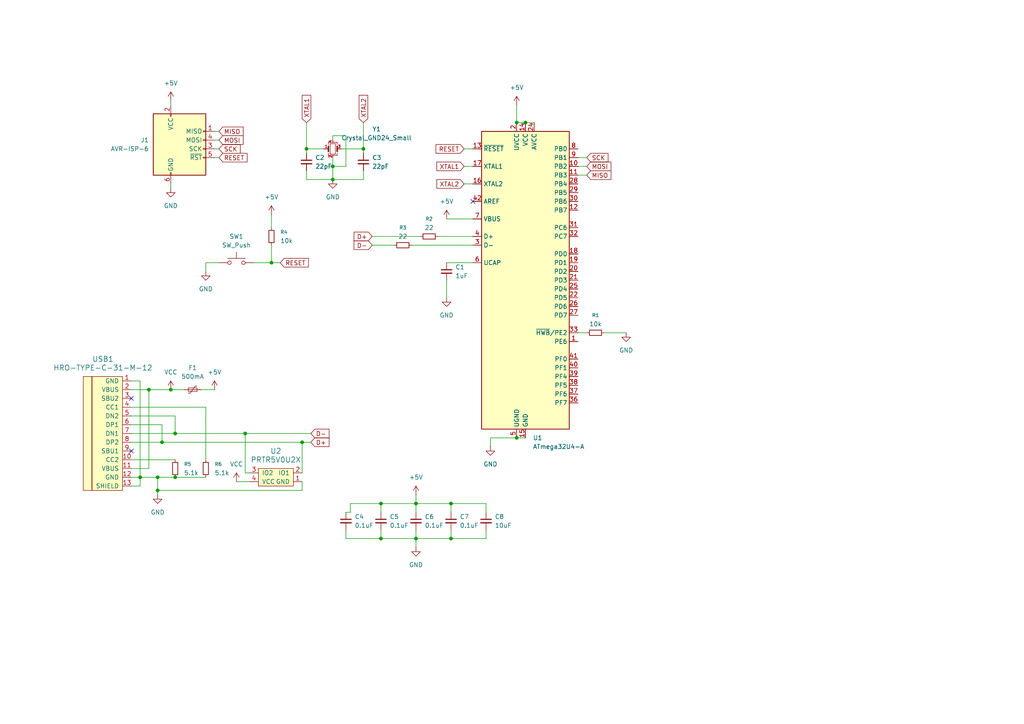
<source format=kicad_sch>
(kicad_sch (version 20250114) (generator "eeschema") (generator_version "9.0")
  (paper "A4")
  (lib_symbols
    (symbol "Connector:AVR-ISP-6" (pin_names (offset 1.016))
      (property "Reference" "J" (at -6.35 11.43 0))
      (property "Value" "AVR-ISP-6" (at 0 11.43 0))
      (symbol "AVR-ISP-6_0_1"
        (rectangle (start -2.667 10.16) (end -2.413 9.398))
        (rectangle (start -2.667 -6.858) (end -2.413 -7.62))
        (rectangle (start 7.62 10.16) (end -7.62 -7.62) (stroke (width 0.254)) (fill (type background)))
        (rectangle (start 7.62 5.207) (end 6.858 4.953))
        (rectangle (start 7.62 2.667) (end 6.858 2.413))
        (rectangle (start 7.62 0.127) (end 6.858 -0.127))
        (rectangle (start 7.62 -2.413) (end 6.858 -2.667))
      )
      (symbol "AVR-ISP-6_1_1"
        (pin passive line (at -2.54 12.7 270) (length 2.54) (name "VCC") (number "2"))
        (pin passive line (at -2.54 -10.16 90) (length 2.54) (name "GND") (number "6"))
        (pin passive line (at 10.16 5.08 180) (length 2.54) (name "MISO") (number "1"))
        (pin passive line (at 10.16 2.54 180) (length 2.54) (name "MOSI") (number "4"))
        (pin passive line (at 10.16 0 180) (length 2.54) (name "SCK") (number "3"))
        (pin passive line (at 10.16 -2.54 180) (length 2.54) (name "~{RST}") (number "5"))
      )
    )
    (symbol "Device:C_Small" (pin_numbers (hide yes)) (pin_names (offset 0.254) (hide yes))
      (property "Reference" "C" (at 0.254 1.778 0))
      (property "Value" "C_Small" (at 0.254 -2.032 0))
      (symbol "C_Small_0_1"
        (polyline (pts (xy -1.524 0.508) (xy 1.524 0.508)) (stroke (width 0.3048)))
        (polyline (pts (xy -1.524 -0.508) (xy 1.524 -0.508)) (stroke (width 0.3302)))
      )
      (symbol "C_Small_1_1"
        (pin passive line (at 0 2.54 270) (length 2.032) (name "~") (number "1"))
        (pin passive line (at 0 -2.54 90) (length 2.032) (name "~") (number "2"))
      )
    )
    (symbol "Device:Crystal_GND24_Small" (pin_names (offset 1.016) (hide yes))
      (property "Reference" "Y" (at 1.27 4.445 0))
      (property "Value" "Crystal_GND24_Small" (at 1.27 2.54 0))
      (symbol "Crystal_GND24_Small_0_1"
        (polyline (pts (xy -1.27 1.27) (xy -1.27 1.905) (xy 1.27 1.905) (xy 1.27 1.27)))
        (polyline (pts (xy -1.27 -0.762) (xy -1.27 0.762)) (stroke (width 0.381)))
        (polyline (pts (xy -1.27 -1.27) (xy -1.27 -1.905) (xy 1.27 -1.905) (xy 1.27 -1.27)))
        (rectangle (start -0.762 -1.524) (end 0.762 1.524))
        (polyline (pts (xy 1.27 -0.762) (xy 1.27 0.762)) (stroke (width 0.381)))
      )
      (symbol "Crystal_GND24_Small_1_1"
        (pin passive line (at -2.54 0 0) (length 1.27) (name "1") (number "1"))
        (pin passive line (at 0 2.54 270) (length 0.635) (name "4") (number "4"))
        (pin passive line (at 0 -2.54 90) (length 0.635) (name "2") (number "2"))
        (pin passive line (at 2.54 0 180) (length 1.27) (name "3") (number "3"))
      )
    )
    (symbol "Device:Polyfuse_Small" (pin_numbers (hide yes)) (pin_names (offset 0))
      (property "Reference" "F" (at -1.905 0 90))
      (property "Value" "Polyfuse_Small" (at 1.905 0 90))
      (symbol "Polyfuse_Small_0_1"
        (polyline (pts (xy -1.016 1.27) (xy -1.016 0.762) (xy 1.016 -0.762) (xy 1.016 -1.27)))
        (rectangle (start -0.508 1.27) (end 0.508 -1.27))
        (polyline (pts (xy 0 2.54) (xy 0 -2.54)))
      )
      (symbol "Polyfuse_Small_1_1"
        (pin passive line (at 0 2.54 270) (length 0.635) (name "~") (number "1"))
        (pin passive line (at 0 -2.54 90) (length 0.635) (name "~") (number "2"))
      )
    )
    (symbol "Device:R_Small" (pin_numbers (hide yes)) (pin_names (offset 0.254) (hide yes))
      (property "Reference" "R" (at 0 0 90))
      (property "Value" "R_Small" (at 1.778 0 90))
      (symbol "R_Small_0_1"
        (rectangle (start -0.762 1.778) (end 0.762 -1.778) (stroke (width 0.2032)))
      )
      (symbol "R_Small_1_1"
        (pin passive line (at 0 2.54 270) (length 0.762) (name "~") (number "1"))
        (pin passive line (at 0 -2.54 90) (length 0.762) (name "~") (number "2"))
      )
    )
    (symbol "MCU_Microchip_ATmega:ATmega32U4-A"
      (property "Reference" "U" (at -12.7 44.45 0))
      (property "Value" "ATmega32U4-A" (at 2.54 -44.45 0))
      (symbol "ATmega32U4-A_0_1"
        (rectangle (start -12.7 -43.18) (end 12.7 43.18) (stroke (width 0.254)) (fill (type background)))
      )
      (symbol "ATmega32U4-A_1_1"
        (pin input line (at -15.24 38.1 0) (length 2.54) (name "~{RESET}") (number "13"))
        (pin input line (at -15.24 33.02 0) (length 2.54) (name "XTAL1") (number "17"))
        (pin output line (at -15.24 27.94 0) (length 2.54) (name "XTAL2") (number "16"))
        (pin passive line (at -15.24 22.86 0) (length 2.54) (name "AREF") (number "42"))
        (pin input line (at -15.24 17.78 0) (length 2.54) (name "VBUS") (number "7"))
        (pin bidirectional line (at -15.24 12.7 0) (length 2.54) (name "D+") (number "4"))
        (pin bidirectional line (at -15.24 10.16 0) (length 2.54) (name "D-") (number "3"))
        (pin passive line (at -15.24 5.08 0) (length 2.54) (name "UCAP") (number "6"))
        (pin power_in line (at -2.54 45.72 270) (length 2.54) (name "UVCC") (number "2"))
        (pin passive line (at -2.54 -45.72 90) (length 2.54) (name "UGND") (number "5"))
        (pin power_in line (at 0 45.72 270) (length 2.54) (name "VCC") (number "14"))
        (pin passive line (at 0 45.72 270) (length 2.54) (hide yes) (name "VCC") (number "34"))
        (pin power_in line (at 0 -45.72 90) (length 2.54) (name "GND") (number "15"))
        (pin passive line (at 0 -45.72 90) (length 2.54) (hide yes) (name "GND") (number "23"))
        (pin passive line (at 0 -45.72 90) (length 2.54) (hide yes) (name "GND") (number "35"))
        (pin passive line (at 0 -45.72 90) (length 2.54) (hide yes) (name "GND") (number "43"))
        (pin power_in line (at 2.54 45.72 270) (length 2.54) (name "AVCC") (number "24"))
        (pin passive line (at 2.54 45.72 270) (length 2.54) (hide yes) (name "AVCC") (number "44"))
        (pin bidirectional line (at 15.24 38.1 180) (length 2.54) (name "PB0") (number "8"))
        (pin bidirectional line (at 15.24 35.56 180) (length 2.54) (name "PB1") (number "9"))
        (pin bidirectional line (at 15.24 33.02 180) (length 2.54) (name "PB2") (number "10"))
        (pin bidirectional line (at 15.24 30.48 180) (length 2.54) (name "PB3") (number "11"))
        (pin bidirectional line (at 15.24 27.94 180) (length 2.54) (name "PB4") (number "28"))
        (pin bidirectional line (at 15.24 25.4 180) (length 2.54) (name "PB5") (number "29"))
        (pin bidirectional line (at 15.24 22.86 180) (length 2.54) (name "PB6") (number "30"))
        (pin bidirectional line (at 15.24 20.32 180) (length 2.54) (name "PB7") (number "12"))
        (pin bidirectional line (at 15.24 15.24 180) (length 2.54) (name "PC6") (number "31"))
        (pin bidirectional line (at 15.24 12.7 180) (length 2.54) (name "PC7") (number "32"))
        (pin bidirectional line (at 15.24 7.62 180) (length 2.54) (name "PD0") (number "18"))
        (pin bidirectional line (at 15.24 5.08 180) (length 2.54) (name "PD1") (number "19"))
        (pin bidirectional line (at 15.24 2.54 180) (length 2.54) (name "PD2") (number "20"))
        (pin bidirectional line (at 15.24 0 180) (length 2.54) (name "PD3") (number "21"))
        (pin bidirectional line (at 15.24 -2.54 180) (length 2.54) (name "PD4") (number "25"))
        (pin bidirectional line (at 15.24 -5.08 180) (length 2.54) (name "PD5") (number "22"))
        (pin bidirectional line (at 15.24 -7.62 180) (length 2.54) (name "PD6") (number "26"))
        (pin bidirectional line (at 15.24 -10.16 180) (length 2.54) (name "PD7") (number "27"))
        (pin bidirectional line (at 15.24 -15.24 180) (length 2.54) (name "~{HWB}/PE2") (number "33"))
        (pin bidirectional line (at 15.24 -17.78 180) (length 2.54) (name "PE6") (number "1"))
        (pin bidirectional line (at 15.24 -22.86 180) (length 2.54) (name "PF0") (number "41"))
        (pin bidirectional line (at 15.24 -25.4 180) (length 2.54) (name "PF1") (number "40"))
        (pin bidirectional line (at 15.24 -27.94 180) (length 2.54) (name "PF4") (number "39"))
        (pin bidirectional line (at 15.24 -30.48 180) (length 2.54) (name "PF5") (number "38"))
        (pin bidirectional line (at 15.24 -33.02 180) (length 2.54) (name "PF6") (number "37"))
        (pin bidirectional line (at 15.24 -35.56 180) (length 2.54) (name "PF7") (number "36"))
      )
    )
    (symbol "Switch:SW_Push" (pin_numbers (hide yes)) (pin_names (offset 1.016) (hide yes))
      (property "Reference" "SW" (at 1.27 2.54 0))
      (property "Value" "SW_Push" (at 0 -1.524 0))
      (symbol "SW_Push_0_1"
        (circle (center -2.032 0) (radius 0.508))
        (polyline (pts (xy 0 1.27) (xy 0 3.048)))
        (circle (center 2.032 0) (radius 0.508))
        (polyline (pts (xy 2.54 1.27) (xy -2.54 1.27)))
        (pin passive line (at -5.08 0 0) (length 2.54) (name "1") (number "1"))
        (pin passive line (at 5.08 0 180) (length 2.54) (name "2") (number "2"))
      )
    )
    (symbol "Type-C:HRO-TYPE-C-31-M-12" (pin_names (offset 1.016))
      (property "Reference" "USB" (at -5.08 16.51 0))
      (property "Value" "HRO-TYPE-C-31-M-12" (at -10.16 -1.27 90))
      (symbol "HRO-TYPE-C-31-M-12_0_1"
        (rectangle (start -11.43 15.24) (end -8.89 -17.78) (fill (type background)))
        (rectangle (start 0 -17.78) (end -8.89 15.24) (fill (type background)))
      )
      (symbol "HRO-TYPE-C-31-M-12_1_1"
        (pin input line (at 2.54 13.97 180) (length 2.54) (name "GND") (number "1"))
        (pin input line (at 2.54 11.43 180) (length 2.54) (name "VBUS") (number "2"))
        (pin input line (at 2.54 8.89 180) (length 2.54) (name "SBU2") (number "3"))
        (pin input line (at 2.54 6.35 180) (length 2.54) (name "CC1") (number "4"))
        (pin input line (at 2.54 3.81 180) (length 2.54) (name "DN2") (number "5"))
        (pin input line (at 2.54 1.27 180) (length 2.54) (name "DP1") (number "6"))
        (pin input line (at 2.54 -1.27 180) (length 2.54) (name "DN1") (number "7"))
        (pin input line (at 2.54 -3.81 180) (length 2.54) (name "DP2") (number "8"))
        (pin input line (at 2.54 -6.35 180) (length 2.54) (name "SBU1") (number "9"))
        (pin input line (at 2.54 -8.89 180) (length 2.54) (name "CC2") (number "10"))
        (pin input line (at 2.54 -11.43 180) (length 2.54) (name "VBUS") (number "11"))
        (pin input line (at 2.54 -13.97 180) (length 2.54) (name "GND") (number "12"))
        (pin input line (at 2.54 -16.51 180) (length 2.54) (name "SHIELD") (number "13"))
      )
    )
    (symbol "power:+5V" (power) (pin_numbers (hide yes)) (pin_names (offset 0) (hide yes))
      (property "Value" "+5V" (at 0 3.556 0))
      (symbol "+5V_0_1"
        (polyline (pts (xy -0.762 1.27) (xy 0 2.54)))
        (polyline (pts (xy 0 2.54) (xy 0.762 1.27)))
        (polyline (pts (xy 0 0) (xy 0 2.54)))
      )
      (symbol "+5V_1_1"
        (pin power_in line (at 0 0 90) (length 0) (name "~") (number "1"))
      )
    )
    (symbol "power:GND" (power) (pin_numbers (hide yes)) (pin_names (offset 0) (hide yes))
      (property "Value" "GND" (at 0 -3.81 0))
      (symbol "GND_0_1"
        (polyline (pts (xy 0 0) (xy 0 -1.27) (xy 1.27 -1.27) (xy 0 -2.54) (xy -1.27 -1.27) (xy 0 -1.27)))
      )
      (symbol "GND_1_1"
        (pin power_in line (at 0 0 270) (length 0) (name "~") (number "1"))
      )
    )
    (symbol "power:VCC" (power) (pin_numbers (hide yes)) (pin_names (offset 0) (hide yes))
      (property "Value" "VCC" (at 0 3.556 0))
      (symbol "VCC_0_1"
        (polyline (pts (xy -0.762 1.27) (xy 0 2.54)))
        (polyline (pts (xy 0 2.54) (xy 0.762 1.27)))
        (polyline (pts (xy 0 0) (xy 0 2.54)))
      )
      (symbol "VCC_1_1"
        (pin power_in line (at 0 0 90) (length 0) (name "~") (number "1"))
      )
    )
    (symbol "random-keyboard-parts:PRTR5V0U2X" (pin_names (offset 1.016))
      (property "Reference" "U" (at 0 3.81 0))
      (property "Value" "PRTR5V0U2X" (at 0 -3.81 0))
      (symbol "PRTR5V0U2X_0_1"
        (rectangle (start -5.08 2.54) (end 5.08 -2.54) (fill (type background)))
      )
      (symbol "PRTR5V0U2X_1_1"
        (pin input line (at -7.62 1.27 0) (length 2.54) (name "GND") (number "1"))
        (pin input line (at -7.62 -1.27 0) (length 2.54) (name "IO1") (number "2"))
        (pin input line (at 7.62 1.27 180) (length 2.54) (name "VCC") (number "4"))
        (pin input line (at 7.62 -1.27 180) (length 2.54) (name "IO2") (number "3"))
      )
    )
  )
  (junction (at 46.99 128.27))
  (junction (at 88.9 43.18))
  (junction (at 50.8 125.73))
  (junction (at 40.64 138.43))
  (junction (at 152.4 35.56))
  (junction (at 120.65 146.05))
  (junction (at 71.12 125.73))
  (junction (at 120.65 156.21))
  (junction (at 149.86 35.56))
  (junction (at 110.49 156.21))
  (junction (at 149.86 127))
  (junction (at 96.52 48.26))
  (junction (at 130.81 156.21))
  (junction (at 87.63 128.27))
  (junction (at 45.72 142.24))
  (junction (at 78.74 76.2))
  (junction (at 105.41 43.18))
  (junction (at 50.8 138.43))
  (junction (at 130.81 146.05))
  (junction (at 43.18 113.03))
  (junction (at 49.53 113.03))
  (junction (at 96.52 52.07))
  (junction (at 110.49 146.05))
  (junction (at 45.72 138.43))
  (no_connect (at 38.1 115.57))
  (no_connect (at 137.16 58.42))
  (no_connect (at 38.1 130.81))
  (wire (pts (xy 105.41 49.53) (xy 105.41 52.07)))
  (wire (pts (xy 45.72 142.24) (xy 45.72 138.43)))
  (wire (pts (xy 134.62 43.18) (xy 137.16 43.18)))
  (wire (pts (xy 127 68.58) (xy 137.16 68.58)))
  (wire (pts (xy 175.26 96.52) (xy 181.61 96.52)))
  (wire (pts (xy 101.6 148.59) (xy 101.6 146.05)))
  (wire (pts (xy 152.4 35.56) (xy 154.94 35.56)))
  (wire (pts (xy 71.12 125.73) (xy 90.17 125.73)))
  (wire (pts (xy 59.69 76.2) (xy 63.5 76.2)))
  (wire (pts (xy 149.86 30.48) (xy 149.86 35.56)))
  (wire (pts (xy 73.66 76.2) (xy 78.74 76.2)))
  (wire (pts (xy 45.72 138.43) (xy 50.8 138.43)))
  (wire (pts (xy 46.99 123.19) (xy 46.99 128.27)))
  (wire (pts (xy 43.18 113.03) (xy 38.1 113.03)))
  (wire (pts (xy 96.52 40.64) (xy 96.52 39.37)))
  (wire (pts (xy 88.9 49.53) (xy 88.9 52.07)))
  (wire (pts (xy 140.97 153.67) (xy 140.97 156.21)))
  (wire (pts (xy 38.1 138.43) (xy 40.64 138.43)))
  (wire (pts (xy 167.64 45.72) (xy 170.18 45.72)))
  (wire (pts (xy 110.49 146.05) (xy 110.49 148.59)))
  (wire (pts (xy 87.63 128.27) (xy 87.63 137.16)))
  (wire (pts (xy 40.64 138.43) (xy 40.64 140.97)))
  (wire (pts (xy 129.54 63.5) (xy 137.16 63.5)))
  (wire (pts (xy 38.1 120.65) (xy 50.8 120.65)))
  (wire (pts (xy 58.42 113.03) (xy 62.23 113.03)))
  (wire (pts (xy 38.1 128.27) (xy 46.99 128.27)))
  (wire (pts (xy 130.81 153.67) (xy 130.81 156.21)))
  (wire (pts (xy 78.74 76.2) (xy 81.28 76.2)))
  (wire (pts (xy 49.53 113.03) (xy 53.34 113.03)))
  (wire (pts (xy 100.33 153.67) (xy 100.33 156.21)))
  (wire (pts (xy 38.1 123.19) (xy 46.99 123.19)))
  (wire (pts (xy 142.24 127) (xy 142.24 129.54)))
  (wire (pts (xy 130.81 146.05) (xy 130.81 148.59)))
  (wire (pts (xy 100.33 39.37) (xy 100.33 48.26)))
  (wire (pts (xy 88.9 43.18) (xy 88.9 44.45)))
  (wire (pts (xy 50.8 125.73) (xy 71.12 125.73)))
  (wire (pts (xy 129.54 81.28) (xy 129.54 86.36)))
  (wire (pts (xy 87.63 139.7) (xy 87.63 142.24)))
  (wire (pts (xy 149.86 127) (xy 142.24 127)))
  (wire (pts (xy 38.1 135.89) (xy 43.18 135.89)))
  (wire (pts (xy 140.97 146.05) (xy 140.97 148.59)))
  (wire (pts (xy 45.72 142.24) (xy 87.63 142.24)))
  (wire (pts (xy 96.52 39.37) (xy 100.33 39.37)))
  (wire (pts (xy 96.52 52.07) (xy 105.41 52.07)))
  (wire (pts (xy 120.65 143.51) (xy 120.65 146.05)))
  (wire (pts (xy 167.64 48.26) (xy 170.18 48.26)))
  (wire (pts (xy 62.23 38.1) (xy 63.5 38.1)))
  (wire (pts (xy 88.9 35.56) (xy 88.9 43.18)))
  (wire (pts (xy 105.41 43.18) (xy 105.41 44.45)))
  (wire (pts (xy 140.97 156.21) (xy 130.81 156.21)))
  (wire (pts (xy 120.65 153.67) (xy 120.65 156.21)))
  (wire (pts (xy 96.52 45.72) (xy 96.52 48.26)))
  (wire (pts (xy 120.65 146.05) (xy 120.65 148.59)))
  (wire (pts (xy 101.6 148.59) (xy 100.33 148.59)))
  (wire (pts (xy 88.9 52.07) (xy 96.52 52.07)))
  (wire (pts (xy 49.53 29.21) (xy 49.53 30.48)))
  (wire (pts (xy 120.65 146.05) (xy 130.81 146.05)))
  (wire (pts (xy 59.69 78.74) (xy 59.69 76.2)))
  (wire (pts (xy 110.49 156.21) (xy 120.65 156.21)))
  (wire (pts (xy 88.9 43.18) (xy 93.98 43.18)))
  (wire (pts (xy 119.38 71.12) (xy 137.16 71.12)))
  (wire (pts (xy 87.63 128.27) (xy 90.17 128.27)))
  (wire (pts (xy 38.1 118.11) (xy 59.69 118.11)))
  (wire (pts (xy 149.86 35.56) (xy 152.4 35.56)))
  (wire (pts (xy 107.95 68.58) (xy 121.92 68.58)))
  (wire (pts (xy 72.39 137.16) (xy 71.12 137.16)))
  (wire (pts (xy 100.33 156.21) (xy 110.49 156.21)))
  (wire (pts (xy 59.69 118.11) (xy 59.69 133.35)))
  (wire (pts (xy 101.6 146.05) (xy 110.49 146.05)))
  (wire (pts (xy 62.23 45.72) (xy 63.5 45.72)))
  (wire (pts (xy 71.12 137.16) (xy 71.12 125.73)))
  (wire (pts (xy 96.52 48.26) (xy 96.52 52.07)))
  (wire (pts (xy 152.4 127) (xy 149.86 127)))
  (wire (pts (xy 50.8 120.65) (xy 50.8 125.73)))
  (wire (pts (xy 38.1 125.73) (xy 50.8 125.73)))
  (wire (pts (xy 45.72 143.51) (xy 45.72 142.24)))
  (wire (pts (xy 68.58 139.7) (xy 72.39 139.7)))
  (wire (pts (xy 43.18 135.89) (xy 43.18 113.03)))
  (wire (pts (xy 38.1 110.49) (xy 40.64 110.49)))
  (wire (pts (xy 105.41 35.56) (xy 105.41 43.18)))
  (wire (pts (xy 130.81 146.05) (xy 140.97 146.05)))
  (wire (pts (xy 62.23 43.18) (xy 63.5 43.18)))
  (wire (pts (xy 110.49 146.05) (xy 120.65 146.05)))
  (wire (pts (xy 120.65 156.21) (xy 120.65 158.75)))
  (wire (pts (xy 99.06 43.18) (xy 105.41 43.18)))
  (wire (pts (xy 130.81 156.21) (xy 120.65 156.21)))
  (wire (pts (xy 40.64 110.49) (xy 40.64 138.43)))
  (wire (pts (xy 78.74 62.23) (xy 78.74 66.04)))
  (wire (pts (xy 167.64 50.8) (xy 170.18 50.8)))
  (wire (pts (xy 46.99 128.27) (xy 87.63 128.27)))
  (wire (pts (xy 62.23 40.64) (xy 63.5 40.64)))
  (wire (pts (xy 38.1 133.35) (xy 50.8 133.35)))
  (wire (pts (xy 134.62 48.26) (xy 137.16 48.26)))
  (wire (pts (xy 107.95 71.12) (xy 114.3 71.12)))
  (wire (pts (xy 137.16 76.2) (xy 129.54 76.2)))
  (wire (pts (xy 134.62 53.34) (xy 137.16 53.34)))
  (wire (pts (xy 110.49 153.67) (xy 110.49 156.21)))
  (wire (pts (xy 49.53 53.34) (xy 49.53 54.61)))
  (wire (pts (xy 40.64 140.97) (xy 38.1 140.97)))
  (wire (pts (xy 167.64 96.52) (xy 170.18 96.52)))
  (wire (pts (xy 43.18 113.03) (xy 49.53 113.03)))
  (wire (pts (xy 78.74 71.12) (xy 78.74 76.2)))
  (wire (pts (xy 100.33 48.26) (xy 96.52 48.26)))
  (wire (pts (xy 45.72 138.43) (xy 40.64 138.43)))
  (wire (pts (xy 50.8 138.43) (xy 59.69 138.43)))
  (global_label "SCK" (shape input) (at 170.18 45.72 0) (property "Intersheetrefs" "${INTERSHEET_REFS}" (effects (hide yes))))
  (global_label "XTAL2" (shape input) (at 105.41 35.56 90) (property "Intersheetrefs" "${INTERSHEET_REFS}" (effects (hide yes))))
  (global_label "XTAL1" (shape input) (at 134.62 48.26 180) (property "Intersheetrefs" "${INTERSHEET_REFS}" (effects (hide yes))))
  (global_label "MISO" (shape input) (at 170.18 50.8 0) (property "Intersheetrefs" "${INTERSHEET_REFS}" (effects (hide yes))))
  (global_label "XTAL2" (shape input) (at 134.62 53.34 180) (property "Intersheetrefs" "${INTERSHEET_REFS}" (effects (hide yes))))
  (global_label "MOSI" (shape input) (at 63.5 40.64 0) (property "Intersheetrefs" "${INTERSHEET_REFS}" (effects (hide yes))))
  (global_label "SCK" (shape input) (at 63.5 43.18 0) (property "Intersheetrefs" "${INTERSHEET_REFS}" (effects (hide yes))))
  (global_label "D+" (shape input) (at 107.95 68.58 180) (property "Intersheetrefs" "${INTERSHEET_REFS}" (effects (hide yes))))
  (global_label "D-" (shape input) (at 107.95 71.12 180) (property "Intersheetrefs" "${INTERSHEET_REFS}" (effects (hide yes))))
  (global_label "D+" (shape input) (at 90.17 128.27 0) (property "Intersheetrefs" "${INTERSHEET_REFS}" (effects (hide yes))))
  (global_label "RESET" (shape input) (at 81.28 76.2 0) (property "Intersheetrefs" "${INTERSHEET_REFS}" (effects (hide yes))))
  (global_label "MOSI" (shape input) (at 170.18 48.26 0) (property "Intersheetrefs" "${INTERSHEET_REFS}" (effects (hide yes))))
  (global_label "RESET" (shape input) (at 63.5 45.72 0) (property "Intersheetrefs" "${INTERSHEET_REFS}" (effects (hide yes))))
  (global_label "RESET" (shape input) (at 134.62 43.18 180) (property "Intersheetrefs" "${INTERSHEET_REFS}" (effects (hide yes))))
  (global_label "XTAL1" (shape input) (at 88.9 35.56 90) (property "Intersheetrefs" "${INTERSHEET_REFS}" (effects (hide yes))))
  (global_label "D-" (shape input) (at 90.17 125.73 0) (property "Intersheetrefs" "${INTERSHEET_REFS}" (effects (hide yes))))
  (global_label "MISO" (shape input) (at 63.5 38.1 0) (property "Intersheetrefs" "${INTERSHEET_REFS}" (effects (hide yes))))
  (symbol (lib_id "Device:R_Small") (at 59.69 135.89 0) (unit 1)
    (property "Reference" "R6" (at 62.23 134.6199 0) (effects (font (size 1.016 1.016)) (justify left)))
    (property "Value" "5.1k" (at 62.23 137.1599 0) (effects (justify left)))
    (property "Description" "Resistor, small symbol" (effects (hide yes)))
  )
  (symbol (lib_id "Device:C_Small") (at 110.49 151.13 0) (unit 1)
    (property "Reference" "C5" (at 113.03 149.8662 0) (effects (justify left)))
    (property "Value" "0.1uF" (at 113.03 152.4062 0) (effects (justify left)))
    (property "Description" "Unpolarized capacitor, small symbol" (effects (hide yes)))
  )
  (symbol (lib_id "power:GND") (at 181.61 96.52 0) (unit 1)
    (property "Reference" "#PWR03" (effects (hide yes)))
    (property "Value" "GND" (at 181.61 101.6 0))
    (property "Description" "Power symbol creates a global label with name \"GND\" , ground" (effects (hide yes)))
  )
  (symbol (lib_id "power:GND") (at 129.54 86.36 0) (unit 1)
    (property "Reference" "#PWR04" (effects (hide yes)))
    (property "Value" "GND" (at 129.54 91.44 0))
    (property "Description" "Power symbol creates a global label with name \"GND\" , ground" (effects (hide yes)))
  )
  (symbol (lib_id "power:GND") (at 142.24 129.54 0) (unit 1)
    (property "Reference" "#PWR02" (effects (hide yes)))
    (property "Value" "GND" (at 142.24 134.62 0))
    (property "Description" "Power symbol creates a global label with name \"GND\" , ground" (effects (hide yes)))
  )
  (symbol (lib_id "Device:C_Small") (at 105.41 46.99 0) (unit 1)
    (property "Reference" "C3" (at 107.95 45.7262 0) (effects (justify left)))
    (property "Value" "22pF" (at 107.95 48.2662 0) (effects (justify left)))
    (property "Description" "Unpolarized capacitor, small symbol" (effects (hide yes)))
  )
  (symbol (lib_id "Connector:AVR-ISP-6") (at 52.07 43.18 0) (unit 1)
    (property "Reference" "J1" (at 43.18 40.6399 0) (effects (justify right)))
    (property "Value" "AVR-ISP-6" (at 43.18 43.1799 0) (effects (justify right)))
    (property "Description" "Atmel 6-pin ISP connector" (effects (hide yes)))
  )
  (symbol (lib_id "power:+5V") (at 149.86 30.48 0) (unit 1)
    (property "Reference" "#PWR01" (effects (hide yes)))
    (property "Value" "+5V" (at 149.86 25.4 0))
    (property "Description" "Power symbol creates a global label with name \"+5V\"" (effects (hide yes)))
  )
  (symbol (lib_id "Device:R_Small") (at 124.46 68.58 90) (unit 1)
    (property "Reference" "R2" (at 124.46 63.5 90) (effects (font (size 1.016 1.016))))
    (property "Value" "22" (at 124.46 66.04 90))
    (property "Description" "Resistor, small symbol" (effects (hide yes)))
  )
  (symbol (lib_id "Device:R_Small") (at 50.8 135.89 0) (unit 1)
    (property "Reference" "R5" (at 53.34 134.6199 0) (effects (font (size 1.016 1.016)) (justify left)))
    (property "Value" "5.1k" (at 53.34 137.1599 0) (effects (justify left)))
    (property "Description" "Resistor, small symbol" (effects (hide yes)))
  )
  (symbol (lib_id "power:+5V") (at 62.23 113.03 0) (unit 1)
    (property "Reference" "#PWR013" (effects (hide yes)))
    (property "Value" "+5V" (at 62.23 107.95 0))
    (property "Description" "Power symbol creates a global label with name \"+5V\"" (effects (hide yes)))
  )
  (symbol (lib_id "MCU_Microchip_ATmega:ATmega32U4-A") (at 152.4 81.28 0) (unit 1)
    (property "Reference" "U1" (at 154.5433 127 0) (effects (justify left)))
    (property "Value" "ATmega32U4-A" (at 154.5433 129.54 0) (effects (justify left)))
    (property "Footprint" "Package_QFP:TQFP-44_10x10mm_P0.8mm" (effects (hide yes)))
    (property "Datasheet" "http://ww1.microchip.com/downloads/en/DeviceDoc/Atmel-7766-8-bit-AVR-ATmega16U4-32U4_Datasheet.pdf" (effects (hide yes)))
    (property "Description" "16MHz, 32kB Flash, 2.5kB SRAM, 1kB EEPROM, USB 2.0, TQFP-44" (effects (hide yes)))
  )
  (symbol (lib_id "Device:R_Small") (at 116.84 71.12 90) (unit 1)
    (property "Reference" "R3" (at 116.84 66.04 90) (effects (font (size 1.016 1.016))))
    (property "Value" "22" (at 116.84 68.58 90))
    (property "Description" "Resistor, small symbol" (effects (hide yes)))
  )
  (symbol (lib_id "Device:Crystal_GND24_Small") (at 96.52 43.18 0) (unit 1)
    (property "Reference" "Y1" (at 109.22 37.4582 0))
    (property "Value" "Crystal_GND24_Small" (at 109.22 39.9982 0))
    (property "Description" "Four pin crystal, GND on pins 2 and 4, small symbol" (effects (hide yes)))
  )
  (symbol (lib_id "power:GND") (at 49.53 54.61 0) (unit 1)
    (property "Reference" "#PWR09" (effects (hide yes)))
    (property "Value" "GND" (at 49.53 59.69 0))
    (property "Description" "Power symbol creates a global label with name \"GND\" , ground" (effects (hide yes)))
  )
  (symbol (lib_id "power:VCC") (at 68.58 139.7 0) (unit 1)
    (property "Reference" "#PWR015" (effects (hide yes)))
    (property "Value" "VCC" (at 68.58 134.62 0))
    (property "Description" "Power symbol creates a global label with name \"VCC\"" (effects (hide yes)))
  )
  (symbol (lib_id "Device:C_Small") (at 100.33 151.13 0) (unit 1)
    (property "Reference" "C4" (at 102.87 149.8662 0) (effects (justify left)))
    (property "Value" "0.1uF" (at 102.87 152.4062 0) (effects (justify left)))
    (property "Description" "Unpolarized capacitor, small symbol" (effects (hide yes)))
  )
  (symbol (lib_id "power:+5V") (at 129.54 63.5 0) (unit 1)
    (property "Reference" "#PWR08" (effects (hide yes)))
    (property "Value" "+5V" (at 129.54 58.42 0))
    (property "Description" "Power symbol creates a global label with name \"+5V\"" (effects (hide yes)))
  )
  (symbol (lib_id "power:GND") (at 96.52 52.07 0) (unit 1)
    (property "Reference" "#PWR05" (effects (hide yes)))
    (property "Value" "GND" (at 96.52 57.15 0))
    (property "Description" "Power symbol creates a global label with name \"GND\" , ground" (effects (hide yes)))
  )
  (symbol (lib_id "Type-C:HRO-TYPE-C-31-M-12") (at 35.56 124.46 0) (unit 1)
    (property "Reference" "USB1" (at 29.845 104.14 0) (effects (font (size 1.524 1.524))))
    (property "Value" "HRO-TYPE-C-31-M-12" (at 29.845 106.68 0) (effects (font (size 1.524 1.524))))
  )
  (symbol (lib_id "Device:C_Small") (at 130.81 151.13 0) (unit 1)
    (property "Reference" "C7" (at 133.35 149.8662 0) (effects (justify left)))
    (property "Value" "0.1uF" (at 133.35 152.4062 0) (effects (justify left)))
    (property "Description" "Unpolarized capacitor, small symbol" (effects (hide yes)))
  )
  (symbol (lib_id "power:GND") (at 59.69 78.74 0) (unit 1)
    (property "Reference" "#PWR011" (effects (hide yes)))
    (property "Value" "GND" (at 59.69 83.82 0))
    (property "Description" "Power symbol creates a global label with name \"GND\" , ground" (effects (hide yes)))
  )
  (symbol (lib_id "Device:C_Small") (at 120.65 151.13 0) (unit 1)
    (property "Reference" "C6" (at 123.19 149.8662 0) (effects (justify left)))
    (property "Value" "0.1uF" (at 123.19 152.4062 0) (effects (justify left)))
    (property "Description" "Unpolarized capacitor, small symbol" (effects (hide yes)))
  )
  (symbol (lib_id "Device:C_Small") (at 140.97 151.13 0) (unit 1)
    (property "Reference" "C8" (at 143.51 149.8662 0) (effects (justify left)))
    (property "Value" "10uF" (at 143.51 152.4062 0) (effects (justify left)))
    (property "Description" "Unpolarized capacitor, small symbol" (effects (hide yes)))
  )
  (symbol (lib_id "power:+5V") (at 49.53 29.21 0) (unit 1)
    (property "Reference" "#PWR010" (effects (hide yes)))
    (property "Value" "+5V" (at 49.53 24.13 0))
    (property "Description" "Power symbol creates a global label with name \"+5V\"" (effects (hide yes)))
  )
  (symbol (lib_id "power:GND") (at 45.72 143.51 0) (unit 1)
    (property "Reference" "#PWR014" (effects (hide yes)))
    (property "Value" "GND" (at 45.72 148.59 0))
    (property "Description" "Power symbol creates a global label with name \"GND\" , ground" (effects (hide yes)))
  )
  (symbol (lib_id "Switch:SW_Push") (at 68.58 76.2 0) (unit 1)
    (property "Reference" "SW1" (at 68.58 68.58 0))
    (property "Value" "SW_Push" (at 68.58 71.12 0))
    (property "Description" "Push button switch, generic, two pins" (effects (hide yes)))
  )
  (symbol (lib_id "Device:Polyfuse_Small") (at 55.88 113.03 90) (unit 1)
    (property "Reference" "F1" (at 55.88 106.68 90))
    (property "Value" "500mA" (at 55.88 109.22 90))
    (property "Description" "Resettable fuse, polymeric positive temperature coefficient, small symbol" (effects (hide yes)))
  )
  (symbol (lib_id "power:VCC") (at 49.53 113.03 0) (unit 1)
    (property "Reference" "#PWR012" (effects (hide yes)))
    (property "Value" "VCC" (at 49.53 107.95 0))
    (property "Description" "Power symbol creates a global label with name \"VCC\"" (effects (hide yes)))
  )
  (symbol (lib_id "power:GND") (at 120.65 158.75 0) (unit 1)
    (property "Reference" "#PWR06" (effects (hide yes)))
    (property "Value" "GND" (at 120.65 163.83 0))
    (property "Description" "Power symbol creates a global label with name \"GND\" , ground" (effects (hide yes)))
  )
  (symbol (lib_id "power:+5V") (at 120.65 143.51 0) (unit 1)
    (property "Reference" "#PWR07" (effects (hide yes)))
    (property "Value" "+5V" (at 120.65 138.43 0))
    (property "Description" "Power symbol creates a global label with name \"+5V\"" (effects (hide yes)))
  )
  (symbol (lib_id "power:+5V") (at 78.74 62.23 0) (unit 1)
    (property "Reference" "#PWR016" (effects (hide yes)))
    (property "Value" "+5V" (at 78.74 57.15 0))
    (property "Description" "Power symbol creates a global label with name \"+5V\"" (effects (hide yes)))
  )
  (symbol (lib_id "Device:C_Small") (at 88.9 46.99 0) (unit 1)
    (property "Reference" "C2" (at 91.44 45.7262 0) (effects (justify left)))
    (property "Value" "22pF" (at 91.44 48.2662 0) (effects (justify left)))
    (property "Description" "Unpolarized capacitor, small symbol" (effects (hide yes)))
  )
  (symbol (lib_id "random-keyboard-parts:PRTR5V0U2X") (at 80.01 138.43 180) (unit 1)
    (property "Reference" "U2" (at 80.01 130.81 0) (effects (font (size 1.524 1.524))))
    (property "Value" "PRTR5V0U2X" (at 80.01 133.35 0) (effects (font (size 1.524 1.524))))
  )
  (symbol (lib_id "Device:R_Small") (at 172.72 96.52 90) (unit 1)
    (property "Reference" "R1" (at 172.72 91.44 90) (effects (font (size 1.016 1.016))))
    (property "Value" "10k" (at 172.72 93.98 90))
    (property "Description" "Resistor, small symbol" (effects (hide yes)))
  )
  (symbol (lib_id "Device:R_Small") (at 78.74 68.58 0) (unit 1)
    (property "Reference" "R4" (at 81.28 67.3099 0) (effects (font (size 1.016 1.016)) (justify left)))
    (property "Value" "10k" (at 81.28 69.8499 0) (effects (justify left)))
    (property "Description" "Resistor, small symbol" (effects (hide yes)))
  )
  (symbol (lib_id "Device:C_Small") (at 129.54 78.74 0) (unit 1)
    (property "Reference" "C1" (at 132.08 77.4762 0) (effects (justify left)))
    (property "Value" "1uF" (at 132.08 80.0162 0) (effects (justify left)))
    (property "Description" "Unpolarized capacitor, small symbol" (effects (hide yes)))
  )
)
</source>
